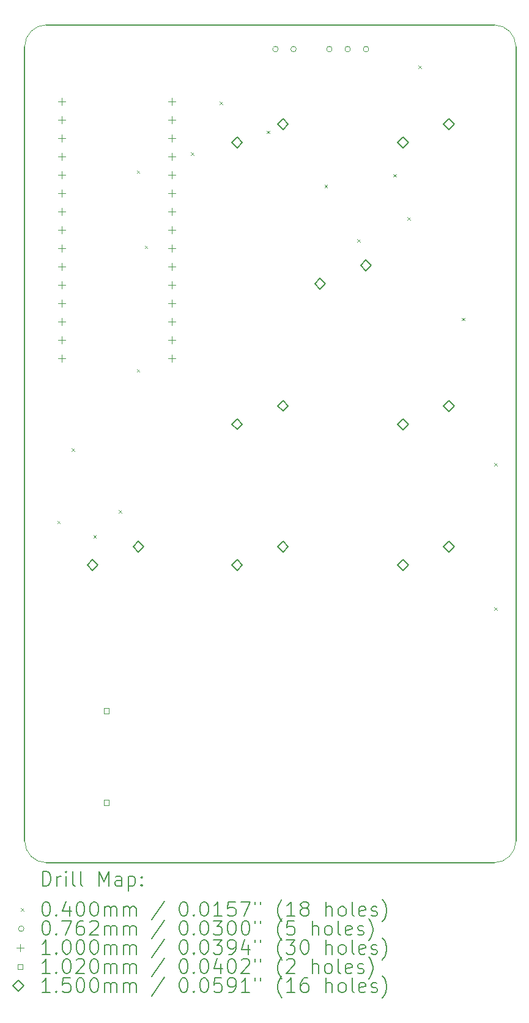
<source format=gbr>
%TF.GenerationSoftware,KiCad,Pcbnew,(6.0.9)*%
%TF.CreationDate,2023-01-10T14:41:47+08:00*%
%TF.ProjectId,keyboard-nano,6b657962-6f61-4726-942d-6e616e6f2e6b,rev?*%
%TF.SameCoordinates,Original*%
%TF.FileFunction,Drillmap*%
%TF.FilePolarity,Positive*%
%FSLAX45Y45*%
G04 Gerber Fmt 4.5, Leading zero omitted, Abs format (unit mm)*
G04 Created by KiCad (PCBNEW (6.0.9)) date 2023-01-10 14:41:47*
%MOMM*%
%LPD*%
G01*
G04 APERTURE LIST*
%ADD10C,0.100000*%
%ADD11C,0.200000*%
%ADD12C,0.040000*%
%ADD13C,0.076200*%
%ADD14C,0.102000*%
%ADD15C,0.150000*%
G04 APERTURE END LIST*
D10*
X10829000Y-15215000D02*
G75*
G03*
X11129000Y-15515000I300000J0D01*
G01*
D11*
X17329000Y-15515000D02*
X11129000Y-15515000D01*
X17629000Y-4215000D02*
X17629000Y-15215000D01*
D10*
X11129000Y-3915000D02*
G75*
G03*
X10829000Y-4215000I0J-300000D01*
G01*
D11*
X10829000Y-15215000D02*
X10829000Y-4215000D01*
D10*
X17329000Y-15515000D02*
G75*
G03*
X17629000Y-15215000I0J300000D01*
G01*
D11*
X11129000Y-3915000D02*
X17329000Y-3915000D01*
D10*
X17629000Y-4215000D02*
G75*
G03*
X17329000Y-3915000I-300000J0D01*
G01*
D11*
D12*
X11280000Y-10780000D02*
X11320000Y-10820000D01*
X11320000Y-10780000D02*
X11280000Y-10820000D01*
X11480000Y-9780000D02*
X11520000Y-9820000D01*
X11520000Y-9780000D02*
X11480000Y-9820000D01*
X11780000Y-10980000D02*
X11820000Y-11020000D01*
X11820000Y-10980000D02*
X11780000Y-11020000D01*
X12130000Y-10630000D02*
X12170000Y-10670000D01*
X12170000Y-10630000D02*
X12130000Y-10670000D01*
X12380000Y-5930000D02*
X12420000Y-5970000D01*
X12420000Y-5930000D02*
X12380000Y-5970000D01*
X12380000Y-8680000D02*
X12420000Y-8720000D01*
X12420000Y-8680000D02*
X12380000Y-8720000D01*
X12490069Y-6969931D02*
X12530069Y-7009931D01*
X12530069Y-6969931D02*
X12490069Y-7009931D01*
X13130000Y-5680000D02*
X13170000Y-5720000D01*
X13170000Y-5680000D02*
X13130000Y-5720000D01*
X13530000Y-4980000D02*
X13570000Y-5020000D01*
X13570000Y-4980000D02*
X13530000Y-5020000D01*
X14180000Y-5380000D02*
X14220000Y-5420000D01*
X14220000Y-5380000D02*
X14180000Y-5420000D01*
X14980000Y-6130000D02*
X15020000Y-6170000D01*
X15020000Y-6130000D02*
X14980000Y-6170000D01*
X15430000Y-6880000D02*
X15470000Y-6920000D01*
X15470000Y-6880000D02*
X15430000Y-6920000D01*
X15930000Y-5980000D02*
X15970000Y-6020000D01*
X15970000Y-5980000D02*
X15930000Y-6020000D01*
X16130000Y-6580000D02*
X16170000Y-6620000D01*
X16170000Y-6580000D02*
X16130000Y-6620000D01*
X16280000Y-4480000D02*
X16320000Y-4520000D01*
X16320000Y-4480000D02*
X16280000Y-4520000D01*
X16880000Y-7970000D02*
X16920000Y-8010000D01*
X16920000Y-7970000D02*
X16880000Y-8010000D01*
X17330000Y-9980000D02*
X17370000Y-10020000D01*
X17370000Y-9980000D02*
X17330000Y-10020000D01*
X17330000Y-11980000D02*
X17370000Y-12020000D01*
X17370000Y-11980000D02*
X17330000Y-12020000D01*
D13*
X14338100Y-4250000D02*
G75*
G03*
X14338100Y-4250000I-38100J0D01*
G01*
X14588100Y-4250000D02*
G75*
G03*
X14588100Y-4250000I-38100J0D01*
G01*
X15084100Y-4250000D02*
G75*
G03*
X15084100Y-4250000I-38100J0D01*
G01*
X15338100Y-4250000D02*
G75*
G03*
X15338100Y-4250000I-38100J0D01*
G01*
X15592100Y-4250000D02*
G75*
G03*
X15592100Y-4250000I-38100J0D01*
G01*
D10*
X11340500Y-4925000D02*
X11340500Y-5025000D01*
X11290500Y-4975000D02*
X11390500Y-4975000D01*
X11340500Y-5179000D02*
X11340500Y-5279000D01*
X11290500Y-5229000D02*
X11390500Y-5229000D01*
X11340500Y-5433000D02*
X11340500Y-5533000D01*
X11290500Y-5483000D02*
X11390500Y-5483000D01*
X11340500Y-5687000D02*
X11340500Y-5787000D01*
X11290500Y-5737000D02*
X11390500Y-5737000D01*
X11340500Y-5941000D02*
X11340500Y-6041000D01*
X11290500Y-5991000D02*
X11390500Y-5991000D01*
X11340500Y-6195000D02*
X11340500Y-6295000D01*
X11290500Y-6245000D02*
X11390500Y-6245000D01*
X11340500Y-6449000D02*
X11340500Y-6549000D01*
X11290500Y-6499000D02*
X11390500Y-6499000D01*
X11340500Y-6703000D02*
X11340500Y-6803000D01*
X11290500Y-6753000D02*
X11390500Y-6753000D01*
X11340500Y-6957000D02*
X11340500Y-7057000D01*
X11290500Y-7007000D02*
X11390500Y-7007000D01*
X11340500Y-7211000D02*
X11340500Y-7311000D01*
X11290500Y-7261000D02*
X11390500Y-7261000D01*
X11340500Y-7465000D02*
X11340500Y-7565000D01*
X11290500Y-7515000D02*
X11390500Y-7515000D01*
X11340500Y-7719000D02*
X11340500Y-7819000D01*
X11290500Y-7769000D02*
X11390500Y-7769000D01*
X11340500Y-7973000D02*
X11340500Y-8073000D01*
X11290500Y-8023000D02*
X11390500Y-8023000D01*
X11340500Y-8227000D02*
X11340500Y-8327000D01*
X11290500Y-8277000D02*
X11390500Y-8277000D01*
X11340500Y-8481000D02*
X11340500Y-8581000D01*
X11290500Y-8531000D02*
X11390500Y-8531000D01*
X12864500Y-4925000D02*
X12864500Y-5025000D01*
X12814500Y-4975000D02*
X12914500Y-4975000D01*
X12864500Y-5179000D02*
X12864500Y-5279000D01*
X12814500Y-5229000D02*
X12914500Y-5229000D01*
X12864500Y-5433000D02*
X12864500Y-5533000D01*
X12814500Y-5483000D02*
X12914500Y-5483000D01*
X12864500Y-5687000D02*
X12864500Y-5787000D01*
X12814500Y-5737000D02*
X12914500Y-5737000D01*
X12864500Y-5941000D02*
X12864500Y-6041000D01*
X12814500Y-5991000D02*
X12914500Y-5991000D01*
X12864500Y-6195000D02*
X12864500Y-6295000D01*
X12814500Y-6245000D02*
X12914500Y-6245000D01*
X12864500Y-6449000D02*
X12864500Y-6549000D01*
X12814500Y-6499000D02*
X12914500Y-6499000D01*
X12864500Y-6703000D02*
X12864500Y-6803000D01*
X12814500Y-6753000D02*
X12914500Y-6753000D01*
X12864500Y-6957000D02*
X12864500Y-7057000D01*
X12814500Y-7007000D02*
X12914500Y-7007000D01*
X12864500Y-7211000D02*
X12864500Y-7311000D01*
X12814500Y-7261000D02*
X12914500Y-7261000D01*
X12864500Y-7465000D02*
X12864500Y-7565000D01*
X12814500Y-7515000D02*
X12914500Y-7515000D01*
X12864500Y-7719000D02*
X12864500Y-7819000D01*
X12814500Y-7769000D02*
X12914500Y-7769000D01*
X12864500Y-7973000D02*
X12864500Y-8073000D01*
X12814500Y-8023000D02*
X12914500Y-8023000D01*
X12864500Y-8227000D02*
X12864500Y-8327000D01*
X12814500Y-8277000D02*
X12914500Y-8277000D01*
X12864500Y-8481000D02*
X12864500Y-8581000D01*
X12814500Y-8531000D02*
X12914500Y-8531000D01*
D14*
X11996063Y-13451063D02*
X11996063Y-13378937D01*
X11923937Y-13378937D01*
X11923937Y-13451063D01*
X11996063Y-13451063D01*
X11996063Y-14721063D02*
X11996063Y-14648937D01*
X11923937Y-14648937D01*
X11923937Y-14721063D01*
X11996063Y-14721063D01*
D15*
X11769000Y-11471000D02*
X11844000Y-11396000D01*
X11769000Y-11321000D01*
X11694000Y-11396000D01*
X11769000Y-11471000D01*
X12404000Y-11217000D02*
X12479000Y-11142000D01*
X12404000Y-11067000D01*
X12329000Y-11142000D01*
X12404000Y-11217000D01*
X13769000Y-5621000D02*
X13844000Y-5546000D01*
X13769000Y-5471000D01*
X13694000Y-5546000D01*
X13769000Y-5621000D01*
X13769000Y-9518000D02*
X13844000Y-9443000D01*
X13769000Y-9368000D01*
X13694000Y-9443000D01*
X13769000Y-9518000D01*
X13769000Y-11471000D02*
X13844000Y-11396000D01*
X13769000Y-11321000D01*
X13694000Y-11396000D01*
X13769000Y-11471000D01*
X14404000Y-5367000D02*
X14479000Y-5292000D01*
X14404000Y-5217000D01*
X14329000Y-5292000D01*
X14404000Y-5367000D01*
X14404000Y-9264000D02*
X14479000Y-9189000D01*
X14404000Y-9114000D01*
X14329000Y-9189000D01*
X14404000Y-9264000D01*
X14404000Y-11217000D02*
X14479000Y-11142000D01*
X14404000Y-11067000D01*
X14329000Y-11142000D01*
X14404000Y-11217000D01*
X14919000Y-7571000D02*
X14994000Y-7496000D01*
X14919000Y-7421000D01*
X14844000Y-7496000D01*
X14919000Y-7571000D01*
X15554000Y-7317000D02*
X15629000Y-7242000D01*
X15554000Y-7167000D01*
X15479000Y-7242000D01*
X15554000Y-7317000D01*
X16069000Y-5621000D02*
X16144000Y-5546000D01*
X16069000Y-5471000D01*
X15994000Y-5546000D01*
X16069000Y-5621000D01*
X16069000Y-9521000D02*
X16144000Y-9446000D01*
X16069000Y-9371000D01*
X15994000Y-9446000D01*
X16069000Y-9521000D01*
X16069000Y-11471000D02*
X16144000Y-11396000D01*
X16069000Y-11321000D01*
X15994000Y-11396000D01*
X16069000Y-11471000D01*
X16704000Y-5367000D02*
X16779000Y-5292000D01*
X16704000Y-5217000D01*
X16629000Y-5292000D01*
X16704000Y-5367000D01*
X16704000Y-9267000D02*
X16779000Y-9192000D01*
X16704000Y-9117000D01*
X16629000Y-9192000D01*
X16704000Y-9267000D01*
X16704000Y-11217000D02*
X16779000Y-11142000D01*
X16704000Y-11067000D01*
X16629000Y-11142000D01*
X16704000Y-11217000D01*
D11*
X11076619Y-15835476D02*
X11076619Y-15635476D01*
X11124238Y-15635476D01*
X11152810Y-15645000D01*
X11171857Y-15664048D01*
X11181381Y-15683095D01*
X11190905Y-15721190D01*
X11190905Y-15749762D01*
X11181381Y-15787857D01*
X11171857Y-15806905D01*
X11152810Y-15825952D01*
X11124238Y-15835476D01*
X11076619Y-15835476D01*
X11276619Y-15835476D02*
X11276619Y-15702143D01*
X11276619Y-15740238D02*
X11286143Y-15721190D01*
X11295667Y-15711667D01*
X11314714Y-15702143D01*
X11333762Y-15702143D01*
X11400428Y-15835476D02*
X11400428Y-15702143D01*
X11400428Y-15635476D02*
X11390905Y-15645000D01*
X11400428Y-15654524D01*
X11409952Y-15645000D01*
X11400428Y-15635476D01*
X11400428Y-15654524D01*
X11524238Y-15835476D02*
X11505190Y-15825952D01*
X11495667Y-15806905D01*
X11495667Y-15635476D01*
X11629000Y-15835476D02*
X11609952Y-15825952D01*
X11600428Y-15806905D01*
X11600428Y-15635476D01*
X11857571Y-15835476D02*
X11857571Y-15635476D01*
X11924238Y-15778333D01*
X11990905Y-15635476D01*
X11990905Y-15835476D01*
X12171857Y-15835476D02*
X12171857Y-15730714D01*
X12162333Y-15711667D01*
X12143286Y-15702143D01*
X12105190Y-15702143D01*
X12086143Y-15711667D01*
X12171857Y-15825952D02*
X12152809Y-15835476D01*
X12105190Y-15835476D01*
X12086143Y-15825952D01*
X12076619Y-15806905D01*
X12076619Y-15787857D01*
X12086143Y-15768809D01*
X12105190Y-15759286D01*
X12152809Y-15759286D01*
X12171857Y-15749762D01*
X12267095Y-15702143D02*
X12267095Y-15902143D01*
X12267095Y-15711667D02*
X12286143Y-15702143D01*
X12324238Y-15702143D01*
X12343286Y-15711667D01*
X12352809Y-15721190D01*
X12362333Y-15740238D01*
X12362333Y-15797381D01*
X12352809Y-15816428D01*
X12343286Y-15825952D01*
X12324238Y-15835476D01*
X12286143Y-15835476D01*
X12267095Y-15825952D01*
X12448048Y-15816428D02*
X12457571Y-15825952D01*
X12448048Y-15835476D01*
X12438524Y-15825952D01*
X12448048Y-15816428D01*
X12448048Y-15835476D01*
X12448048Y-15711667D02*
X12457571Y-15721190D01*
X12448048Y-15730714D01*
X12438524Y-15721190D01*
X12448048Y-15711667D01*
X12448048Y-15730714D01*
D12*
X10779000Y-16145000D02*
X10819000Y-16185000D01*
X10819000Y-16145000D02*
X10779000Y-16185000D01*
D11*
X11114714Y-16055476D02*
X11133762Y-16055476D01*
X11152810Y-16065000D01*
X11162333Y-16074524D01*
X11171857Y-16093571D01*
X11181381Y-16131667D01*
X11181381Y-16179286D01*
X11171857Y-16217381D01*
X11162333Y-16236428D01*
X11152810Y-16245952D01*
X11133762Y-16255476D01*
X11114714Y-16255476D01*
X11095667Y-16245952D01*
X11086143Y-16236428D01*
X11076619Y-16217381D01*
X11067095Y-16179286D01*
X11067095Y-16131667D01*
X11076619Y-16093571D01*
X11086143Y-16074524D01*
X11095667Y-16065000D01*
X11114714Y-16055476D01*
X11267095Y-16236428D02*
X11276619Y-16245952D01*
X11267095Y-16255476D01*
X11257571Y-16245952D01*
X11267095Y-16236428D01*
X11267095Y-16255476D01*
X11448048Y-16122143D02*
X11448048Y-16255476D01*
X11400428Y-16045952D02*
X11352809Y-16188809D01*
X11476619Y-16188809D01*
X11590905Y-16055476D02*
X11609952Y-16055476D01*
X11629000Y-16065000D01*
X11638524Y-16074524D01*
X11648048Y-16093571D01*
X11657571Y-16131667D01*
X11657571Y-16179286D01*
X11648048Y-16217381D01*
X11638524Y-16236428D01*
X11629000Y-16245952D01*
X11609952Y-16255476D01*
X11590905Y-16255476D01*
X11571857Y-16245952D01*
X11562333Y-16236428D01*
X11552809Y-16217381D01*
X11543286Y-16179286D01*
X11543286Y-16131667D01*
X11552809Y-16093571D01*
X11562333Y-16074524D01*
X11571857Y-16065000D01*
X11590905Y-16055476D01*
X11781381Y-16055476D02*
X11800428Y-16055476D01*
X11819476Y-16065000D01*
X11829000Y-16074524D01*
X11838524Y-16093571D01*
X11848048Y-16131667D01*
X11848048Y-16179286D01*
X11838524Y-16217381D01*
X11829000Y-16236428D01*
X11819476Y-16245952D01*
X11800428Y-16255476D01*
X11781381Y-16255476D01*
X11762333Y-16245952D01*
X11752809Y-16236428D01*
X11743286Y-16217381D01*
X11733762Y-16179286D01*
X11733762Y-16131667D01*
X11743286Y-16093571D01*
X11752809Y-16074524D01*
X11762333Y-16065000D01*
X11781381Y-16055476D01*
X11933762Y-16255476D02*
X11933762Y-16122143D01*
X11933762Y-16141190D02*
X11943286Y-16131667D01*
X11962333Y-16122143D01*
X11990905Y-16122143D01*
X12009952Y-16131667D01*
X12019476Y-16150714D01*
X12019476Y-16255476D01*
X12019476Y-16150714D02*
X12029000Y-16131667D01*
X12048048Y-16122143D01*
X12076619Y-16122143D01*
X12095667Y-16131667D01*
X12105190Y-16150714D01*
X12105190Y-16255476D01*
X12200428Y-16255476D02*
X12200428Y-16122143D01*
X12200428Y-16141190D02*
X12209952Y-16131667D01*
X12229000Y-16122143D01*
X12257571Y-16122143D01*
X12276619Y-16131667D01*
X12286143Y-16150714D01*
X12286143Y-16255476D01*
X12286143Y-16150714D02*
X12295667Y-16131667D01*
X12314714Y-16122143D01*
X12343286Y-16122143D01*
X12362333Y-16131667D01*
X12371857Y-16150714D01*
X12371857Y-16255476D01*
X12762333Y-16045952D02*
X12590905Y-16303095D01*
X13019476Y-16055476D02*
X13038524Y-16055476D01*
X13057571Y-16065000D01*
X13067095Y-16074524D01*
X13076619Y-16093571D01*
X13086143Y-16131667D01*
X13086143Y-16179286D01*
X13076619Y-16217381D01*
X13067095Y-16236428D01*
X13057571Y-16245952D01*
X13038524Y-16255476D01*
X13019476Y-16255476D01*
X13000428Y-16245952D01*
X12990905Y-16236428D01*
X12981381Y-16217381D01*
X12971857Y-16179286D01*
X12971857Y-16131667D01*
X12981381Y-16093571D01*
X12990905Y-16074524D01*
X13000428Y-16065000D01*
X13019476Y-16055476D01*
X13171857Y-16236428D02*
X13181381Y-16245952D01*
X13171857Y-16255476D01*
X13162333Y-16245952D01*
X13171857Y-16236428D01*
X13171857Y-16255476D01*
X13305190Y-16055476D02*
X13324238Y-16055476D01*
X13343286Y-16065000D01*
X13352809Y-16074524D01*
X13362333Y-16093571D01*
X13371857Y-16131667D01*
X13371857Y-16179286D01*
X13362333Y-16217381D01*
X13352809Y-16236428D01*
X13343286Y-16245952D01*
X13324238Y-16255476D01*
X13305190Y-16255476D01*
X13286143Y-16245952D01*
X13276619Y-16236428D01*
X13267095Y-16217381D01*
X13257571Y-16179286D01*
X13257571Y-16131667D01*
X13267095Y-16093571D01*
X13276619Y-16074524D01*
X13286143Y-16065000D01*
X13305190Y-16055476D01*
X13562333Y-16255476D02*
X13448048Y-16255476D01*
X13505190Y-16255476D02*
X13505190Y-16055476D01*
X13486143Y-16084048D01*
X13467095Y-16103095D01*
X13448048Y-16112619D01*
X13743286Y-16055476D02*
X13648048Y-16055476D01*
X13638524Y-16150714D01*
X13648048Y-16141190D01*
X13667095Y-16131667D01*
X13714714Y-16131667D01*
X13733762Y-16141190D01*
X13743286Y-16150714D01*
X13752809Y-16169762D01*
X13752809Y-16217381D01*
X13743286Y-16236428D01*
X13733762Y-16245952D01*
X13714714Y-16255476D01*
X13667095Y-16255476D01*
X13648048Y-16245952D01*
X13638524Y-16236428D01*
X13819476Y-16055476D02*
X13952809Y-16055476D01*
X13867095Y-16255476D01*
X14019476Y-16055476D02*
X14019476Y-16093571D01*
X14095667Y-16055476D02*
X14095667Y-16093571D01*
X14390905Y-16331667D02*
X14381381Y-16322143D01*
X14362333Y-16293571D01*
X14352809Y-16274524D01*
X14343286Y-16245952D01*
X14333762Y-16198333D01*
X14333762Y-16160238D01*
X14343286Y-16112619D01*
X14352809Y-16084048D01*
X14362333Y-16065000D01*
X14381381Y-16036428D01*
X14390905Y-16026905D01*
X14571857Y-16255476D02*
X14457571Y-16255476D01*
X14514714Y-16255476D02*
X14514714Y-16055476D01*
X14495667Y-16084048D01*
X14476619Y-16103095D01*
X14457571Y-16112619D01*
X14686143Y-16141190D02*
X14667095Y-16131667D01*
X14657571Y-16122143D01*
X14648048Y-16103095D01*
X14648048Y-16093571D01*
X14657571Y-16074524D01*
X14667095Y-16065000D01*
X14686143Y-16055476D01*
X14724238Y-16055476D01*
X14743286Y-16065000D01*
X14752809Y-16074524D01*
X14762333Y-16093571D01*
X14762333Y-16103095D01*
X14752809Y-16122143D01*
X14743286Y-16131667D01*
X14724238Y-16141190D01*
X14686143Y-16141190D01*
X14667095Y-16150714D01*
X14657571Y-16160238D01*
X14648048Y-16179286D01*
X14648048Y-16217381D01*
X14657571Y-16236428D01*
X14667095Y-16245952D01*
X14686143Y-16255476D01*
X14724238Y-16255476D01*
X14743286Y-16245952D01*
X14752809Y-16236428D01*
X14762333Y-16217381D01*
X14762333Y-16179286D01*
X14752809Y-16160238D01*
X14743286Y-16150714D01*
X14724238Y-16141190D01*
X15000428Y-16255476D02*
X15000428Y-16055476D01*
X15086143Y-16255476D02*
X15086143Y-16150714D01*
X15076619Y-16131667D01*
X15057571Y-16122143D01*
X15029000Y-16122143D01*
X15009952Y-16131667D01*
X15000428Y-16141190D01*
X15209952Y-16255476D02*
X15190905Y-16245952D01*
X15181381Y-16236428D01*
X15171857Y-16217381D01*
X15171857Y-16160238D01*
X15181381Y-16141190D01*
X15190905Y-16131667D01*
X15209952Y-16122143D01*
X15238524Y-16122143D01*
X15257571Y-16131667D01*
X15267095Y-16141190D01*
X15276619Y-16160238D01*
X15276619Y-16217381D01*
X15267095Y-16236428D01*
X15257571Y-16245952D01*
X15238524Y-16255476D01*
X15209952Y-16255476D01*
X15390905Y-16255476D02*
X15371857Y-16245952D01*
X15362333Y-16226905D01*
X15362333Y-16055476D01*
X15543286Y-16245952D02*
X15524238Y-16255476D01*
X15486143Y-16255476D01*
X15467095Y-16245952D01*
X15457571Y-16226905D01*
X15457571Y-16150714D01*
X15467095Y-16131667D01*
X15486143Y-16122143D01*
X15524238Y-16122143D01*
X15543286Y-16131667D01*
X15552809Y-16150714D01*
X15552809Y-16169762D01*
X15457571Y-16188809D01*
X15629000Y-16245952D02*
X15648048Y-16255476D01*
X15686143Y-16255476D01*
X15705190Y-16245952D01*
X15714714Y-16226905D01*
X15714714Y-16217381D01*
X15705190Y-16198333D01*
X15686143Y-16188809D01*
X15657571Y-16188809D01*
X15638524Y-16179286D01*
X15629000Y-16160238D01*
X15629000Y-16150714D01*
X15638524Y-16131667D01*
X15657571Y-16122143D01*
X15686143Y-16122143D01*
X15705190Y-16131667D01*
X15781381Y-16331667D02*
X15790905Y-16322143D01*
X15809952Y-16293571D01*
X15819476Y-16274524D01*
X15829000Y-16245952D01*
X15838524Y-16198333D01*
X15838524Y-16160238D01*
X15829000Y-16112619D01*
X15819476Y-16084048D01*
X15809952Y-16065000D01*
X15790905Y-16036428D01*
X15781381Y-16026905D01*
D13*
X10819000Y-16429000D02*
G75*
G03*
X10819000Y-16429000I-38100J0D01*
G01*
D11*
X11114714Y-16319476D02*
X11133762Y-16319476D01*
X11152810Y-16329000D01*
X11162333Y-16338524D01*
X11171857Y-16357571D01*
X11181381Y-16395667D01*
X11181381Y-16443286D01*
X11171857Y-16481381D01*
X11162333Y-16500428D01*
X11152810Y-16509952D01*
X11133762Y-16519476D01*
X11114714Y-16519476D01*
X11095667Y-16509952D01*
X11086143Y-16500428D01*
X11076619Y-16481381D01*
X11067095Y-16443286D01*
X11067095Y-16395667D01*
X11076619Y-16357571D01*
X11086143Y-16338524D01*
X11095667Y-16329000D01*
X11114714Y-16319476D01*
X11267095Y-16500428D02*
X11276619Y-16509952D01*
X11267095Y-16519476D01*
X11257571Y-16509952D01*
X11267095Y-16500428D01*
X11267095Y-16519476D01*
X11343286Y-16319476D02*
X11476619Y-16319476D01*
X11390905Y-16519476D01*
X11638524Y-16319476D02*
X11600428Y-16319476D01*
X11581381Y-16329000D01*
X11571857Y-16338524D01*
X11552809Y-16367095D01*
X11543286Y-16405190D01*
X11543286Y-16481381D01*
X11552809Y-16500428D01*
X11562333Y-16509952D01*
X11581381Y-16519476D01*
X11619476Y-16519476D01*
X11638524Y-16509952D01*
X11648048Y-16500428D01*
X11657571Y-16481381D01*
X11657571Y-16433762D01*
X11648048Y-16414714D01*
X11638524Y-16405190D01*
X11619476Y-16395667D01*
X11581381Y-16395667D01*
X11562333Y-16405190D01*
X11552809Y-16414714D01*
X11543286Y-16433762D01*
X11733762Y-16338524D02*
X11743286Y-16329000D01*
X11762333Y-16319476D01*
X11809952Y-16319476D01*
X11829000Y-16329000D01*
X11838524Y-16338524D01*
X11848048Y-16357571D01*
X11848048Y-16376619D01*
X11838524Y-16405190D01*
X11724238Y-16519476D01*
X11848048Y-16519476D01*
X11933762Y-16519476D02*
X11933762Y-16386143D01*
X11933762Y-16405190D02*
X11943286Y-16395667D01*
X11962333Y-16386143D01*
X11990905Y-16386143D01*
X12009952Y-16395667D01*
X12019476Y-16414714D01*
X12019476Y-16519476D01*
X12019476Y-16414714D02*
X12029000Y-16395667D01*
X12048048Y-16386143D01*
X12076619Y-16386143D01*
X12095667Y-16395667D01*
X12105190Y-16414714D01*
X12105190Y-16519476D01*
X12200428Y-16519476D02*
X12200428Y-16386143D01*
X12200428Y-16405190D02*
X12209952Y-16395667D01*
X12229000Y-16386143D01*
X12257571Y-16386143D01*
X12276619Y-16395667D01*
X12286143Y-16414714D01*
X12286143Y-16519476D01*
X12286143Y-16414714D02*
X12295667Y-16395667D01*
X12314714Y-16386143D01*
X12343286Y-16386143D01*
X12362333Y-16395667D01*
X12371857Y-16414714D01*
X12371857Y-16519476D01*
X12762333Y-16309952D02*
X12590905Y-16567095D01*
X13019476Y-16319476D02*
X13038524Y-16319476D01*
X13057571Y-16329000D01*
X13067095Y-16338524D01*
X13076619Y-16357571D01*
X13086143Y-16395667D01*
X13086143Y-16443286D01*
X13076619Y-16481381D01*
X13067095Y-16500428D01*
X13057571Y-16509952D01*
X13038524Y-16519476D01*
X13019476Y-16519476D01*
X13000428Y-16509952D01*
X12990905Y-16500428D01*
X12981381Y-16481381D01*
X12971857Y-16443286D01*
X12971857Y-16395667D01*
X12981381Y-16357571D01*
X12990905Y-16338524D01*
X13000428Y-16329000D01*
X13019476Y-16319476D01*
X13171857Y-16500428D02*
X13181381Y-16509952D01*
X13171857Y-16519476D01*
X13162333Y-16509952D01*
X13171857Y-16500428D01*
X13171857Y-16519476D01*
X13305190Y-16319476D02*
X13324238Y-16319476D01*
X13343286Y-16329000D01*
X13352809Y-16338524D01*
X13362333Y-16357571D01*
X13371857Y-16395667D01*
X13371857Y-16443286D01*
X13362333Y-16481381D01*
X13352809Y-16500428D01*
X13343286Y-16509952D01*
X13324238Y-16519476D01*
X13305190Y-16519476D01*
X13286143Y-16509952D01*
X13276619Y-16500428D01*
X13267095Y-16481381D01*
X13257571Y-16443286D01*
X13257571Y-16395667D01*
X13267095Y-16357571D01*
X13276619Y-16338524D01*
X13286143Y-16329000D01*
X13305190Y-16319476D01*
X13438524Y-16319476D02*
X13562333Y-16319476D01*
X13495667Y-16395667D01*
X13524238Y-16395667D01*
X13543286Y-16405190D01*
X13552809Y-16414714D01*
X13562333Y-16433762D01*
X13562333Y-16481381D01*
X13552809Y-16500428D01*
X13543286Y-16509952D01*
X13524238Y-16519476D01*
X13467095Y-16519476D01*
X13448048Y-16509952D01*
X13438524Y-16500428D01*
X13686143Y-16319476D02*
X13705190Y-16319476D01*
X13724238Y-16329000D01*
X13733762Y-16338524D01*
X13743286Y-16357571D01*
X13752809Y-16395667D01*
X13752809Y-16443286D01*
X13743286Y-16481381D01*
X13733762Y-16500428D01*
X13724238Y-16509952D01*
X13705190Y-16519476D01*
X13686143Y-16519476D01*
X13667095Y-16509952D01*
X13657571Y-16500428D01*
X13648048Y-16481381D01*
X13638524Y-16443286D01*
X13638524Y-16395667D01*
X13648048Y-16357571D01*
X13657571Y-16338524D01*
X13667095Y-16329000D01*
X13686143Y-16319476D01*
X13876619Y-16319476D02*
X13895667Y-16319476D01*
X13914714Y-16329000D01*
X13924238Y-16338524D01*
X13933762Y-16357571D01*
X13943286Y-16395667D01*
X13943286Y-16443286D01*
X13933762Y-16481381D01*
X13924238Y-16500428D01*
X13914714Y-16509952D01*
X13895667Y-16519476D01*
X13876619Y-16519476D01*
X13857571Y-16509952D01*
X13848048Y-16500428D01*
X13838524Y-16481381D01*
X13829000Y-16443286D01*
X13829000Y-16395667D01*
X13838524Y-16357571D01*
X13848048Y-16338524D01*
X13857571Y-16329000D01*
X13876619Y-16319476D01*
X14019476Y-16319476D02*
X14019476Y-16357571D01*
X14095667Y-16319476D02*
X14095667Y-16357571D01*
X14390905Y-16595667D02*
X14381381Y-16586143D01*
X14362333Y-16557571D01*
X14352809Y-16538524D01*
X14343286Y-16509952D01*
X14333762Y-16462333D01*
X14333762Y-16424238D01*
X14343286Y-16376619D01*
X14352809Y-16348048D01*
X14362333Y-16329000D01*
X14381381Y-16300428D01*
X14390905Y-16290905D01*
X14562333Y-16319476D02*
X14467095Y-16319476D01*
X14457571Y-16414714D01*
X14467095Y-16405190D01*
X14486143Y-16395667D01*
X14533762Y-16395667D01*
X14552809Y-16405190D01*
X14562333Y-16414714D01*
X14571857Y-16433762D01*
X14571857Y-16481381D01*
X14562333Y-16500428D01*
X14552809Y-16509952D01*
X14533762Y-16519476D01*
X14486143Y-16519476D01*
X14467095Y-16509952D01*
X14457571Y-16500428D01*
X14809952Y-16519476D02*
X14809952Y-16319476D01*
X14895667Y-16519476D02*
X14895667Y-16414714D01*
X14886143Y-16395667D01*
X14867095Y-16386143D01*
X14838524Y-16386143D01*
X14819476Y-16395667D01*
X14809952Y-16405190D01*
X15019476Y-16519476D02*
X15000428Y-16509952D01*
X14990905Y-16500428D01*
X14981381Y-16481381D01*
X14981381Y-16424238D01*
X14990905Y-16405190D01*
X15000428Y-16395667D01*
X15019476Y-16386143D01*
X15048048Y-16386143D01*
X15067095Y-16395667D01*
X15076619Y-16405190D01*
X15086143Y-16424238D01*
X15086143Y-16481381D01*
X15076619Y-16500428D01*
X15067095Y-16509952D01*
X15048048Y-16519476D01*
X15019476Y-16519476D01*
X15200428Y-16519476D02*
X15181381Y-16509952D01*
X15171857Y-16490905D01*
X15171857Y-16319476D01*
X15352809Y-16509952D02*
X15333762Y-16519476D01*
X15295667Y-16519476D01*
X15276619Y-16509952D01*
X15267095Y-16490905D01*
X15267095Y-16414714D01*
X15276619Y-16395667D01*
X15295667Y-16386143D01*
X15333762Y-16386143D01*
X15352809Y-16395667D01*
X15362333Y-16414714D01*
X15362333Y-16433762D01*
X15267095Y-16452809D01*
X15438524Y-16509952D02*
X15457571Y-16519476D01*
X15495667Y-16519476D01*
X15514714Y-16509952D01*
X15524238Y-16490905D01*
X15524238Y-16481381D01*
X15514714Y-16462333D01*
X15495667Y-16452809D01*
X15467095Y-16452809D01*
X15448048Y-16443286D01*
X15438524Y-16424238D01*
X15438524Y-16414714D01*
X15448048Y-16395667D01*
X15467095Y-16386143D01*
X15495667Y-16386143D01*
X15514714Y-16395667D01*
X15590905Y-16595667D02*
X15600428Y-16586143D01*
X15619476Y-16557571D01*
X15629000Y-16538524D01*
X15638524Y-16509952D01*
X15648048Y-16462333D01*
X15648048Y-16424238D01*
X15638524Y-16376619D01*
X15629000Y-16348048D01*
X15619476Y-16329000D01*
X15600428Y-16300428D01*
X15590905Y-16290905D01*
D10*
X10769000Y-16643000D02*
X10769000Y-16743000D01*
X10719000Y-16693000D02*
X10819000Y-16693000D01*
D11*
X11181381Y-16783476D02*
X11067095Y-16783476D01*
X11124238Y-16783476D02*
X11124238Y-16583476D01*
X11105190Y-16612048D01*
X11086143Y-16631095D01*
X11067095Y-16640619D01*
X11267095Y-16764428D02*
X11276619Y-16773952D01*
X11267095Y-16783476D01*
X11257571Y-16773952D01*
X11267095Y-16764428D01*
X11267095Y-16783476D01*
X11400428Y-16583476D02*
X11419476Y-16583476D01*
X11438524Y-16593000D01*
X11448048Y-16602524D01*
X11457571Y-16621571D01*
X11467095Y-16659667D01*
X11467095Y-16707286D01*
X11457571Y-16745381D01*
X11448048Y-16764428D01*
X11438524Y-16773952D01*
X11419476Y-16783476D01*
X11400428Y-16783476D01*
X11381381Y-16773952D01*
X11371857Y-16764428D01*
X11362333Y-16745381D01*
X11352809Y-16707286D01*
X11352809Y-16659667D01*
X11362333Y-16621571D01*
X11371857Y-16602524D01*
X11381381Y-16593000D01*
X11400428Y-16583476D01*
X11590905Y-16583476D02*
X11609952Y-16583476D01*
X11629000Y-16593000D01*
X11638524Y-16602524D01*
X11648048Y-16621571D01*
X11657571Y-16659667D01*
X11657571Y-16707286D01*
X11648048Y-16745381D01*
X11638524Y-16764428D01*
X11629000Y-16773952D01*
X11609952Y-16783476D01*
X11590905Y-16783476D01*
X11571857Y-16773952D01*
X11562333Y-16764428D01*
X11552809Y-16745381D01*
X11543286Y-16707286D01*
X11543286Y-16659667D01*
X11552809Y-16621571D01*
X11562333Y-16602524D01*
X11571857Y-16593000D01*
X11590905Y-16583476D01*
X11781381Y-16583476D02*
X11800428Y-16583476D01*
X11819476Y-16593000D01*
X11829000Y-16602524D01*
X11838524Y-16621571D01*
X11848048Y-16659667D01*
X11848048Y-16707286D01*
X11838524Y-16745381D01*
X11829000Y-16764428D01*
X11819476Y-16773952D01*
X11800428Y-16783476D01*
X11781381Y-16783476D01*
X11762333Y-16773952D01*
X11752809Y-16764428D01*
X11743286Y-16745381D01*
X11733762Y-16707286D01*
X11733762Y-16659667D01*
X11743286Y-16621571D01*
X11752809Y-16602524D01*
X11762333Y-16593000D01*
X11781381Y-16583476D01*
X11933762Y-16783476D02*
X11933762Y-16650143D01*
X11933762Y-16669190D02*
X11943286Y-16659667D01*
X11962333Y-16650143D01*
X11990905Y-16650143D01*
X12009952Y-16659667D01*
X12019476Y-16678714D01*
X12019476Y-16783476D01*
X12019476Y-16678714D02*
X12029000Y-16659667D01*
X12048048Y-16650143D01*
X12076619Y-16650143D01*
X12095667Y-16659667D01*
X12105190Y-16678714D01*
X12105190Y-16783476D01*
X12200428Y-16783476D02*
X12200428Y-16650143D01*
X12200428Y-16669190D02*
X12209952Y-16659667D01*
X12229000Y-16650143D01*
X12257571Y-16650143D01*
X12276619Y-16659667D01*
X12286143Y-16678714D01*
X12286143Y-16783476D01*
X12286143Y-16678714D02*
X12295667Y-16659667D01*
X12314714Y-16650143D01*
X12343286Y-16650143D01*
X12362333Y-16659667D01*
X12371857Y-16678714D01*
X12371857Y-16783476D01*
X12762333Y-16573952D02*
X12590905Y-16831095D01*
X13019476Y-16583476D02*
X13038524Y-16583476D01*
X13057571Y-16593000D01*
X13067095Y-16602524D01*
X13076619Y-16621571D01*
X13086143Y-16659667D01*
X13086143Y-16707286D01*
X13076619Y-16745381D01*
X13067095Y-16764428D01*
X13057571Y-16773952D01*
X13038524Y-16783476D01*
X13019476Y-16783476D01*
X13000428Y-16773952D01*
X12990905Y-16764428D01*
X12981381Y-16745381D01*
X12971857Y-16707286D01*
X12971857Y-16659667D01*
X12981381Y-16621571D01*
X12990905Y-16602524D01*
X13000428Y-16593000D01*
X13019476Y-16583476D01*
X13171857Y-16764428D02*
X13181381Y-16773952D01*
X13171857Y-16783476D01*
X13162333Y-16773952D01*
X13171857Y-16764428D01*
X13171857Y-16783476D01*
X13305190Y-16583476D02*
X13324238Y-16583476D01*
X13343286Y-16593000D01*
X13352809Y-16602524D01*
X13362333Y-16621571D01*
X13371857Y-16659667D01*
X13371857Y-16707286D01*
X13362333Y-16745381D01*
X13352809Y-16764428D01*
X13343286Y-16773952D01*
X13324238Y-16783476D01*
X13305190Y-16783476D01*
X13286143Y-16773952D01*
X13276619Y-16764428D01*
X13267095Y-16745381D01*
X13257571Y-16707286D01*
X13257571Y-16659667D01*
X13267095Y-16621571D01*
X13276619Y-16602524D01*
X13286143Y-16593000D01*
X13305190Y-16583476D01*
X13438524Y-16583476D02*
X13562333Y-16583476D01*
X13495667Y-16659667D01*
X13524238Y-16659667D01*
X13543286Y-16669190D01*
X13552809Y-16678714D01*
X13562333Y-16697762D01*
X13562333Y-16745381D01*
X13552809Y-16764428D01*
X13543286Y-16773952D01*
X13524238Y-16783476D01*
X13467095Y-16783476D01*
X13448048Y-16773952D01*
X13438524Y-16764428D01*
X13657571Y-16783476D02*
X13695667Y-16783476D01*
X13714714Y-16773952D01*
X13724238Y-16764428D01*
X13743286Y-16735857D01*
X13752809Y-16697762D01*
X13752809Y-16621571D01*
X13743286Y-16602524D01*
X13733762Y-16593000D01*
X13714714Y-16583476D01*
X13676619Y-16583476D01*
X13657571Y-16593000D01*
X13648048Y-16602524D01*
X13638524Y-16621571D01*
X13638524Y-16669190D01*
X13648048Y-16688238D01*
X13657571Y-16697762D01*
X13676619Y-16707286D01*
X13714714Y-16707286D01*
X13733762Y-16697762D01*
X13743286Y-16688238D01*
X13752809Y-16669190D01*
X13924238Y-16650143D02*
X13924238Y-16783476D01*
X13876619Y-16573952D02*
X13829000Y-16716809D01*
X13952809Y-16716809D01*
X14019476Y-16583476D02*
X14019476Y-16621571D01*
X14095667Y-16583476D02*
X14095667Y-16621571D01*
X14390905Y-16859667D02*
X14381381Y-16850143D01*
X14362333Y-16821571D01*
X14352809Y-16802524D01*
X14343286Y-16773952D01*
X14333762Y-16726333D01*
X14333762Y-16688238D01*
X14343286Y-16640619D01*
X14352809Y-16612048D01*
X14362333Y-16593000D01*
X14381381Y-16564428D01*
X14390905Y-16554905D01*
X14448048Y-16583476D02*
X14571857Y-16583476D01*
X14505190Y-16659667D01*
X14533762Y-16659667D01*
X14552809Y-16669190D01*
X14562333Y-16678714D01*
X14571857Y-16697762D01*
X14571857Y-16745381D01*
X14562333Y-16764428D01*
X14552809Y-16773952D01*
X14533762Y-16783476D01*
X14476619Y-16783476D01*
X14457571Y-16773952D01*
X14448048Y-16764428D01*
X14695667Y-16583476D02*
X14714714Y-16583476D01*
X14733762Y-16593000D01*
X14743286Y-16602524D01*
X14752809Y-16621571D01*
X14762333Y-16659667D01*
X14762333Y-16707286D01*
X14752809Y-16745381D01*
X14743286Y-16764428D01*
X14733762Y-16773952D01*
X14714714Y-16783476D01*
X14695667Y-16783476D01*
X14676619Y-16773952D01*
X14667095Y-16764428D01*
X14657571Y-16745381D01*
X14648048Y-16707286D01*
X14648048Y-16659667D01*
X14657571Y-16621571D01*
X14667095Y-16602524D01*
X14676619Y-16593000D01*
X14695667Y-16583476D01*
X15000428Y-16783476D02*
X15000428Y-16583476D01*
X15086143Y-16783476D02*
X15086143Y-16678714D01*
X15076619Y-16659667D01*
X15057571Y-16650143D01*
X15029000Y-16650143D01*
X15009952Y-16659667D01*
X15000428Y-16669190D01*
X15209952Y-16783476D02*
X15190905Y-16773952D01*
X15181381Y-16764428D01*
X15171857Y-16745381D01*
X15171857Y-16688238D01*
X15181381Y-16669190D01*
X15190905Y-16659667D01*
X15209952Y-16650143D01*
X15238524Y-16650143D01*
X15257571Y-16659667D01*
X15267095Y-16669190D01*
X15276619Y-16688238D01*
X15276619Y-16745381D01*
X15267095Y-16764428D01*
X15257571Y-16773952D01*
X15238524Y-16783476D01*
X15209952Y-16783476D01*
X15390905Y-16783476D02*
X15371857Y-16773952D01*
X15362333Y-16754905D01*
X15362333Y-16583476D01*
X15543286Y-16773952D02*
X15524238Y-16783476D01*
X15486143Y-16783476D01*
X15467095Y-16773952D01*
X15457571Y-16754905D01*
X15457571Y-16678714D01*
X15467095Y-16659667D01*
X15486143Y-16650143D01*
X15524238Y-16650143D01*
X15543286Y-16659667D01*
X15552809Y-16678714D01*
X15552809Y-16697762D01*
X15457571Y-16716809D01*
X15629000Y-16773952D02*
X15648048Y-16783476D01*
X15686143Y-16783476D01*
X15705190Y-16773952D01*
X15714714Y-16754905D01*
X15714714Y-16745381D01*
X15705190Y-16726333D01*
X15686143Y-16716809D01*
X15657571Y-16716809D01*
X15638524Y-16707286D01*
X15629000Y-16688238D01*
X15629000Y-16678714D01*
X15638524Y-16659667D01*
X15657571Y-16650143D01*
X15686143Y-16650143D01*
X15705190Y-16659667D01*
X15781381Y-16859667D02*
X15790905Y-16850143D01*
X15809952Y-16821571D01*
X15819476Y-16802524D01*
X15829000Y-16773952D01*
X15838524Y-16726333D01*
X15838524Y-16688238D01*
X15829000Y-16640619D01*
X15819476Y-16612048D01*
X15809952Y-16593000D01*
X15790905Y-16564428D01*
X15781381Y-16554905D01*
D14*
X10804063Y-16993063D02*
X10804063Y-16920937D01*
X10731937Y-16920937D01*
X10731937Y-16993063D01*
X10804063Y-16993063D01*
D11*
X11181381Y-17047476D02*
X11067095Y-17047476D01*
X11124238Y-17047476D02*
X11124238Y-16847476D01*
X11105190Y-16876048D01*
X11086143Y-16895095D01*
X11067095Y-16904619D01*
X11267095Y-17028429D02*
X11276619Y-17037952D01*
X11267095Y-17047476D01*
X11257571Y-17037952D01*
X11267095Y-17028429D01*
X11267095Y-17047476D01*
X11400428Y-16847476D02*
X11419476Y-16847476D01*
X11438524Y-16857000D01*
X11448048Y-16866524D01*
X11457571Y-16885571D01*
X11467095Y-16923667D01*
X11467095Y-16971286D01*
X11457571Y-17009381D01*
X11448048Y-17028429D01*
X11438524Y-17037952D01*
X11419476Y-17047476D01*
X11400428Y-17047476D01*
X11381381Y-17037952D01*
X11371857Y-17028429D01*
X11362333Y-17009381D01*
X11352809Y-16971286D01*
X11352809Y-16923667D01*
X11362333Y-16885571D01*
X11371857Y-16866524D01*
X11381381Y-16857000D01*
X11400428Y-16847476D01*
X11543286Y-16866524D02*
X11552809Y-16857000D01*
X11571857Y-16847476D01*
X11619476Y-16847476D01*
X11638524Y-16857000D01*
X11648048Y-16866524D01*
X11657571Y-16885571D01*
X11657571Y-16904619D01*
X11648048Y-16933190D01*
X11533762Y-17047476D01*
X11657571Y-17047476D01*
X11781381Y-16847476D02*
X11800428Y-16847476D01*
X11819476Y-16857000D01*
X11829000Y-16866524D01*
X11838524Y-16885571D01*
X11848048Y-16923667D01*
X11848048Y-16971286D01*
X11838524Y-17009381D01*
X11829000Y-17028429D01*
X11819476Y-17037952D01*
X11800428Y-17047476D01*
X11781381Y-17047476D01*
X11762333Y-17037952D01*
X11752809Y-17028429D01*
X11743286Y-17009381D01*
X11733762Y-16971286D01*
X11733762Y-16923667D01*
X11743286Y-16885571D01*
X11752809Y-16866524D01*
X11762333Y-16857000D01*
X11781381Y-16847476D01*
X11933762Y-17047476D02*
X11933762Y-16914143D01*
X11933762Y-16933190D02*
X11943286Y-16923667D01*
X11962333Y-16914143D01*
X11990905Y-16914143D01*
X12009952Y-16923667D01*
X12019476Y-16942714D01*
X12019476Y-17047476D01*
X12019476Y-16942714D02*
X12029000Y-16923667D01*
X12048048Y-16914143D01*
X12076619Y-16914143D01*
X12095667Y-16923667D01*
X12105190Y-16942714D01*
X12105190Y-17047476D01*
X12200428Y-17047476D02*
X12200428Y-16914143D01*
X12200428Y-16933190D02*
X12209952Y-16923667D01*
X12229000Y-16914143D01*
X12257571Y-16914143D01*
X12276619Y-16923667D01*
X12286143Y-16942714D01*
X12286143Y-17047476D01*
X12286143Y-16942714D02*
X12295667Y-16923667D01*
X12314714Y-16914143D01*
X12343286Y-16914143D01*
X12362333Y-16923667D01*
X12371857Y-16942714D01*
X12371857Y-17047476D01*
X12762333Y-16837952D02*
X12590905Y-17095095D01*
X13019476Y-16847476D02*
X13038524Y-16847476D01*
X13057571Y-16857000D01*
X13067095Y-16866524D01*
X13076619Y-16885571D01*
X13086143Y-16923667D01*
X13086143Y-16971286D01*
X13076619Y-17009381D01*
X13067095Y-17028429D01*
X13057571Y-17037952D01*
X13038524Y-17047476D01*
X13019476Y-17047476D01*
X13000428Y-17037952D01*
X12990905Y-17028429D01*
X12981381Y-17009381D01*
X12971857Y-16971286D01*
X12971857Y-16923667D01*
X12981381Y-16885571D01*
X12990905Y-16866524D01*
X13000428Y-16857000D01*
X13019476Y-16847476D01*
X13171857Y-17028429D02*
X13181381Y-17037952D01*
X13171857Y-17047476D01*
X13162333Y-17037952D01*
X13171857Y-17028429D01*
X13171857Y-17047476D01*
X13305190Y-16847476D02*
X13324238Y-16847476D01*
X13343286Y-16857000D01*
X13352809Y-16866524D01*
X13362333Y-16885571D01*
X13371857Y-16923667D01*
X13371857Y-16971286D01*
X13362333Y-17009381D01*
X13352809Y-17028429D01*
X13343286Y-17037952D01*
X13324238Y-17047476D01*
X13305190Y-17047476D01*
X13286143Y-17037952D01*
X13276619Y-17028429D01*
X13267095Y-17009381D01*
X13257571Y-16971286D01*
X13257571Y-16923667D01*
X13267095Y-16885571D01*
X13276619Y-16866524D01*
X13286143Y-16857000D01*
X13305190Y-16847476D01*
X13543286Y-16914143D02*
X13543286Y-17047476D01*
X13495667Y-16837952D02*
X13448048Y-16980810D01*
X13571857Y-16980810D01*
X13686143Y-16847476D02*
X13705190Y-16847476D01*
X13724238Y-16857000D01*
X13733762Y-16866524D01*
X13743286Y-16885571D01*
X13752809Y-16923667D01*
X13752809Y-16971286D01*
X13743286Y-17009381D01*
X13733762Y-17028429D01*
X13724238Y-17037952D01*
X13705190Y-17047476D01*
X13686143Y-17047476D01*
X13667095Y-17037952D01*
X13657571Y-17028429D01*
X13648048Y-17009381D01*
X13638524Y-16971286D01*
X13638524Y-16923667D01*
X13648048Y-16885571D01*
X13657571Y-16866524D01*
X13667095Y-16857000D01*
X13686143Y-16847476D01*
X13829000Y-16866524D02*
X13838524Y-16857000D01*
X13857571Y-16847476D01*
X13905190Y-16847476D01*
X13924238Y-16857000D01*
X13933762Y-16866524D01*
X13943286Y-16885571D01*
X13943286Y-16904619D01*
X13933762Y-16933190D01*
X13819476Y-17047476D01*
X13943286Y-17047476D01*
X14019476Y-16847476D02*
X14019476Y-16885571D01*
X14095667Y-16847476D02*
X14095667Y-16885571D01*
X14390905Y-17123667D02*
X14381381Y-17114143D01*
X14362333Y-17085571D01*
X14352809Y-17066524D01*
X14343286Y-17037952D01*
X14333762Y-16990333D01*
X14333762Y-16952238D01*
X14343286Y-16904619D01*
X14352809Y-16876048D01*
X14362333Y-16857000D01*
X14381381Y-16828429D01*
X14390905Y-16818905D01*
X14457571Y-16866524D02*
X14467095Y-16857000D01*
X14486143Y-16847476D01*
X14533762Y-16847476D01*
X14552809Y-16857000D01*
X14562333Y-16866524D01*
X14571857Y-16885571D01*
X14571857Y-16904619D01*
X14562333Y-16933190D01*
X14448048Y-17047476D01*
X14571857Y-17047476D01*
X14809952Y-17047476D02*
X14809952Y-16847476D01*
X14895667Y-17047476D02*
X14895667Y-16942714D01*
X14886143Y-16923667D01*
X14867095Y-16914143D01*
X14838524Y-16914143D01*
X14819476Y-16923667D01*
X14809952Y-16933190D01*
X15019476Y-17047476D02*
X15000428Y-17037952D01*
X14990905Y-17028429D01*
X14981381Y-17009381D01*
X14981381Y-16952238D01*
X14990905Y-16933190D01*
X15000428Y-16923667D01*
X15019476Y-16914143D01*
X15048048Y-16914143D01*
X15067095Y-16923667D01*
X15076619Y-16933190D01*
X15086143Y-16952238D01*
X15086143Y-17009381D01*
X15076619Y-17028429D01*
X15067095Y-17037952D01*
X15048048Y-17047476D01*
X15019476Y-17047476D01*
X15200428Y-17047476D02*
X15181381Y-17037952D01*
X15171857Y-17018905D01*
X15171857Y-16847476D01*
X15352809Y-17037952D02*
X15333762Y-17047476D01*
X15295667Y-17047476D01*
X15276619Y-17037952D01*
X15267095Y-17018905D01*
X15267095Y-16942714D01*
X15276619Y-16923667D01*
X15295667Y-16914143D01*
X15333762Y-16914143D01*
X15352809Y-16923667D01*
X15362333Y-16942714D01*
X15362333Y-16961762D01*
X15267095Y-16980810D01*
X15438524Y-17037952D02*
X15457571Y-17047476D01*
X15495667Y-17047476D01*
X15514714Y-17037952D01*
X15524238Y-17018905D01*
X15524238Y-17009381D01*
X15514714Y-16990333D01*
X15495667Y-16980810D01*
X15467095Y-16980810D01*
X15448048Y-16971286D01*
X15438524Y-16952238D01*
X15438524Y-16942714D01*
X15448048Y-16923667D01*
X15467095Y-16914143D01*
X15495667Y-16914143D01*
X15514714Y-16923667D01*
X15590905Y-17123667D02*
X15600428Y-17114143D01*
X15619476Y-17085571D01*
X15629000Y-17066524D01*
X15638524Y-17037952D01*
X15648048Y-16990333D01*
X15648048Y-16952238D01*
X15638524Y-16904619D01*
X15629000Y-16876048D01*
X15619476Y-16857000D01*
X15600428Y-16828429D01*
X15590905Y-16818905D01*
D15*
X10744000Y-17296000D02*
X10819000Y-17221000D01*
X10744000Y-17146000D01*
X10669000Y-17221000D01*
X10744000Y-17296000D01*
D11*
X11181381Y-17311476D02*
X11067095Y-17311476D01*
X11124238Y-17311476D02*
X11124238Y-17111476D01*
X11105190Y-17140048D01*
X11086143Y-17159095D01*
X11067095Y-17168619D01*
X11267095Y-17292429D02*
X11276619Y-17301952D01*
X11267095Y-17311476D01*
X11257571Y-17301952D01*
X11267095Y-17292429D01*
X11267095Y-17311476D01*
X11457571Y-17111476D02*
X11362333Y-17111476D01*
X11352809Y-17206714D01*
X11362333Y-17197190D01*
X11381381Y-17187667D01*
X11429000Y-17187667D01*
X11448048Y-17197190D01*
X11457571Y-17206714D01*
X11467095Y-17225762D01*
X11467095Y-17273381D01*
X11457571Y-17292429D01*
X11448048Y-17301952D01*
X11429000Y-17311476D01*
X11381381Y-17311476D01*
X11362333Y-17301952D01*
X11352809Y-17292429D01*
X11590905Y-17111476D02*
X11609952Y-17111476D01*
X11629000Y-17121000D01*
X11638524Y-17130524D01*
X11648048Y-17149571D01*
X11657571Y-17187667D01*
X11657571Y-17235286D01*
X11648048Y-17273381D01*
X11638524Y-17292429D01*
X11629000Y-17301952D01*
X11609952Y-17311476D01*
X11590905Y-17311476D01*
X11571857Y-17301952D01*
X11562333Y-17292429D01*
X11552809Y-17273381D01*
X11543286Y-17235286D01*
X11543286Y-17187667D01*
X11552809Y-17149571D01*
X11562333Y-17130524D01*
X11571857Y-17121000D01*
X11590905Y-17111476D01*
X11781381Y-17111476D02*
X11800428Y-17111476D01*
X11819476Y-17121000D01*
X11829000Y-17130524D01*
X11838524Y-17149571D01*
X11848048Y-17187667D01*
X11848048Y-17235286D01*
X11838524Y-17273381D01*
X11829000Y-17292429D01*
X11819476Y-17301952D01*
X11800428Y-17311476D01*
X11781381Y-17311476D01*
X11762333Y-17301952D01*
X11752809Y-17292429D01*
X11743286Y-17273381D01*
X11733762Y-17235286D01*
X11733762Y-17187667D01*
X11743286Y-17149571D01*
X11752809Y-17130524D01*
X11762333Y-17121000D01*
X11781381Y-17111476D01*
X11933762Y-17311476D02*
X11933762Y-17178143D01*
X11933762Y-17197190D02*
X11943286Y-17187667D01*
X11962333Y-17178143D01*
X11990905Y-17178143D01*
X12009952Y-17187667D01*
X12019476Y-17206714D01*
X12019476Y-17311476D01*
X12019476Y-17206714D02*
X12029000Y-17187667D01*
X12048048Y-17178143D01*
X12076619Y-17178143D01*
X12095667Y-17187667D01*
X12105190Y-17206714D01*
X12105190Y-17311476D01*
X12200428Y-17311476D02*
X12200428Y-17178143D01*
X12200428Y-17197190D02*
X12209952Y-17187667D01*
X12229000Y-17178143D01*
X12257571Y-17178143D01*
X12276619Y-17187667D01*
X12286143Y-17206714D01*
X12286143Y-17311476D01*
X12286143Y-17206714D02*
X12295667Y-17187667D01*
X12314714Y-17178143D01*
X12343286Y-17178143D01*
X12362333Y-17187667D01*
X12371857Y-17206714D01*
X12371857Y-17311476D01*
X12762333Y-17101952D02*
X12590905Y-17359095D01*
X13019476Y-17111476D02*
X13038524Y-17111476D01*
X13057571Y-17121000D01*
X13067095Y-17130524D01*
X13076619Y-17149571D01*
X13086143Y-17187667D01*
X13086143Y-17235286D01*
X13076619Y-17273381D01*
X13067095Y-17292429D01*
X13057571Y-17301952D01*
X13038524Y-17311476D01*
X13019476Y-17311476D01*
X13000428Y-17301952D01*
X12990905Y-17292429D01*
X12981381Y-17273381D01*
X12971857Y-17235286D01*
X12971857Y-17187667D01*
X12981381Y-17149571D01*
X12990905Y-17130524D01*
X13000428Y-17121000D01*
X13019476Y-17111476D01*
X13171857Y-17292429D02*
X13181381Y-17301952D01*
X13171857Y-17311476D01*
X13162333Y-17301952D01*
X13171857Y-17292429D01*
X13171857Y-17311476D01*
X13305190Y-17111476D02*
X13324238Y-17111476D01*
X13343286Y-17121000D01*
X13352809Y-17130524D01*
X13362333Y-17149571D01*
X13371857Y-17187667D01*
X13371857Y-17235286D01*
X13362333Y-17273381D01*
X13352809Y-17292429D01*
X13343286Y-17301952D01*
X13324238Y-17311476D01*
X13305190Y-17311476D01*
X13286143Y-17301952D01*
X13276619Y-17292429D01*
X13267095Y-17273381D01*
X13257571Y-17235286D01*
X13257571Y-17187667D01*
X13267095Y-17149571D01*
X13276619Y-17130524D01*
X13286143Y-17121000D01*
X13305190Y-17111476D01*
X13552809Y-17111476D02*
X13457571Y-17111476D01*
X13448048Y-17206714D01*
X13457571Y-17197190D01*
X13476619Y-17187667D01*
X13524238Y-17187667D01*
X13543286Y-17197190D01*
X13552809Y-17206714D01*
X13562333Y-17225762D01*
X13562333Y-17273381D01*
X13552809Y-17292429D01*
X13543286Y-17301952D01*
X13524238Y-17311476D01*
X13476619Y-17311476D01*
X13457571Y-17301952D01*
X13448048Y-17292429D01*
X13657571Y-17311476D02*
X13695667Y-17311476D01*
X13714714Y-17301952D01*
X13724238Y-17292429D01*
X13743286Y-17263857D01*
X13752809Y-17225762D01*
X13752809Y-17149571D01*
X13743286Y-17130524D01*
X13733762Y-17121000D01*
X13714714Y-17111476D01*
X13676619Y-17111476D01*
X13657571Y-17121000D01*
X13648048Y-17130524D01*
X13638524Y-17149571D01*
X13638524Y-17197190D01*
X13648048Y-17216238D01*
X13657571Y-17225762D01*
X13676619Y-17235286D01*
X13714714Y-17235286D01*
X13733762Y-17225762D01*
X13743286Y-17216238D01*
X13752809Y-17197190D01*
X13943286Y-17311476D02*
X13829000Y-17311476D01*
X13886143Y-17311476D02*
X13886143Y-17111476D01*
X13867095Y-17140048D01*
X13848048Y-17159095D01*
X13829000Y-17168619D01*
X14019476Y-17111476D02*
X14019476Y-17149571D01*
X14095667Y-17111476D02*
X14095667Y-17149571D01*
X14390905Y-17387667D02*
X14381381Y-17378143D01*
X14362333Y-17349571D01*
X14352809Y-17330524D01*
X14343286Y-17301952D01*
X14333762Y-17254333D01*
X14333762Y-17216238D01*
X14343286Y-17168619D01*
X14352809Y-17140048D01*
X14362333Y-17121000D01*
X14381381Y-17092429D01*
X14390905Y-17082905D01*
X14571857Y-17311476D02*
X14457571Y-17311476D01*
X14514714Y-17311476D02*
X14514714Y-17111476D01*
X14495667Y-17140048D01*
X14476619Y-17159095D01*
X14457571Y-17168619D01*
X14743286Y-17111476D02*
X14705190Y-17111476D01*
X14686143Y-17121000D01*
X14676619Y-17130524D01*
X14657571Y-17159095D01*
X14648048Y-17197190D01*
X14648048Y-17273381D01*
X14657571Y-17292429D01*
X14667095Y-17301952D01*
X14686143Y-17311476D01*
X14724238Y-17311476D01*
X14743286Y-17301952D01*
X14752809Y-17292429D01*
X14762333Y-17273381D01*
X14762333Y-17225762D01*
X14752809Y-17206714D01*
X14743286Y-17197190D01*
X14724238Y-17187667D01*
X14686143Y-17187667D01*
X14667095Y-17197190D01*
X14657571Y-17206714D01*
X14648048Y-17225762D01*
X15000428Y-17311476D02*
X15000428Y-17111476D01*
X15086143Y-17311476D02*
X15086143Y-17206714D01*
X15076619Y-17187667D01*
X15057571Y-17178143D01*
X15029000Y-17178143D01*
X15009952Y-17187667D01*
X15000428Y-17197190D01*
X15209952Y-17311476D02*
X15190905Y-17301952D01*
X15181381Y-17292429D01*
X15171857Y-17273381D01*
X15171857Y-17216238D01*
X15181381Y-17197190D01*
X15190905Y-17187667D01*
X15209952Y-17178143D01*
X15238524Y-17178143D01*
X15257571Y-17187667D01*
X15267095Y-17197190D01*
X15276619Y-17216238D01*
X15276619Y-17273381D01*
X15267095Y-17292429D01*
X15257571Y-17301952D01*
X15238524Y-17311476D01*
X15209952Y-17311476D01*
X15390905Y-17311476D02*
X15371857Y-17301952D01*
X15362333Y-17282905D01*
X15362333Y-17111476D01*
X15543286Y-17301952D02*
X15524238Y-17311476D01*
X15486143Y-17311476D01*
X15467095Y-17301952D01*
X15457571Y-17282905D01*
X15457571Y-17206714D01*
X15467095Y-17187667D01*
X15486143Y-17178143D01*
X15524238Y-17178143D01*
X15543286Y-17187667D01*
X15552809Y-17206714D01*
X15552809Y-17225762D01*
X15457571Y-17244810D01*
X15629000Y-17301952D02*
X15648048Y-17311476D01*
X15686143Y-17311476D01*
X15705190Y-17301952D01*
X15714714Y-17282905D01*
X15714714Y-17273381D01*
X15705190Y-17254333D01*
X15686143Y-17244810D01*
X15657571Y-17244810D01*
X15638524Y-17235286D01*
X15629000Y-17216238D01*
X15629000Y-17206714D01*
X15638524Y-17187667D01*
X15657571Y-17178143D01*
X15686143Y-17178143D01*
X15705190Y-17187667D01*
X15781381Y-17387667D02*
X15790905Y-17378143D01*
X15809952Y-17349571D01*
X15819476Y-17330524D01*
X15829000Y-17301952D01*
X15838524Y-17254333D01*
X15838524Y-17216238D01*
X15829000Y-17168619D01*
X15819476Y-17140048D01*
X15809952Y-17121000D01*
X15790905Y-17092429D01*
X15781381Y-17082905D01*
M02*

</source>
